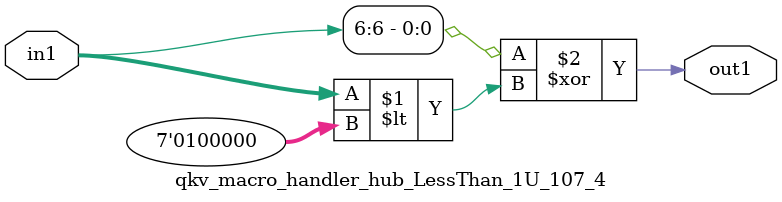
<source format=v>

`timescale 1ps / 1ps


module qkv_macro_handler_hub_LessThan_1U_107_4( in1, out1 );

    input [6:0] in1;
    output out1;

    
    // rtl_process:qkv_macro_handler_hub_LessThan_1U_107_4/qkv_macro_handler_hub_LessThan_1U_107_4_thread_1
    assign out1 = (in1[6] ^ in1 < 7'd032);

endmodule


</source>
